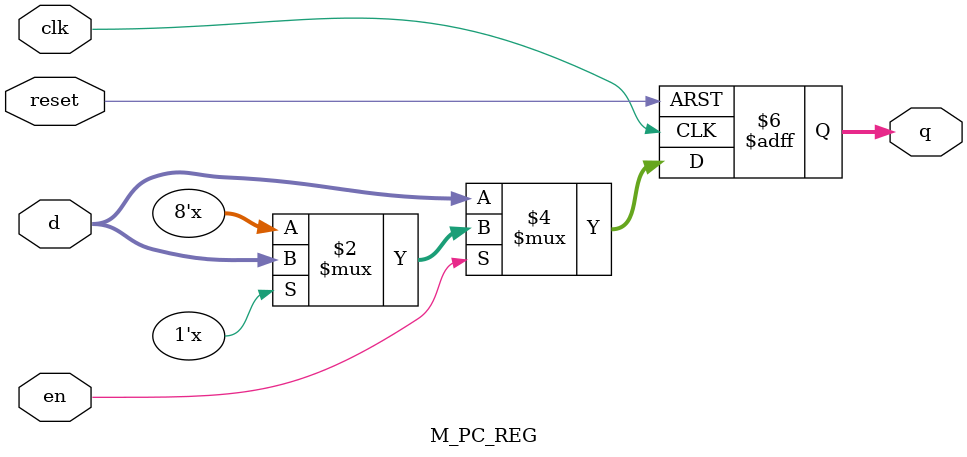
<source format=sv>
module M_PC_REG #(
    parameter WIDTH = 8
)(
    input logic en,
    input logic clk, reset,
    input logic [WIDTH-1:0] d,
    output reg[WIDTH-1:0] q);

    always@(posedge clk, posedge reset)
    if (reset) 
        q <= 0;
    else begin
        case(en)
            1'b0 : q<=d;
            1'bx : q<=d;
        endcase
    end

endmodule
</source>
